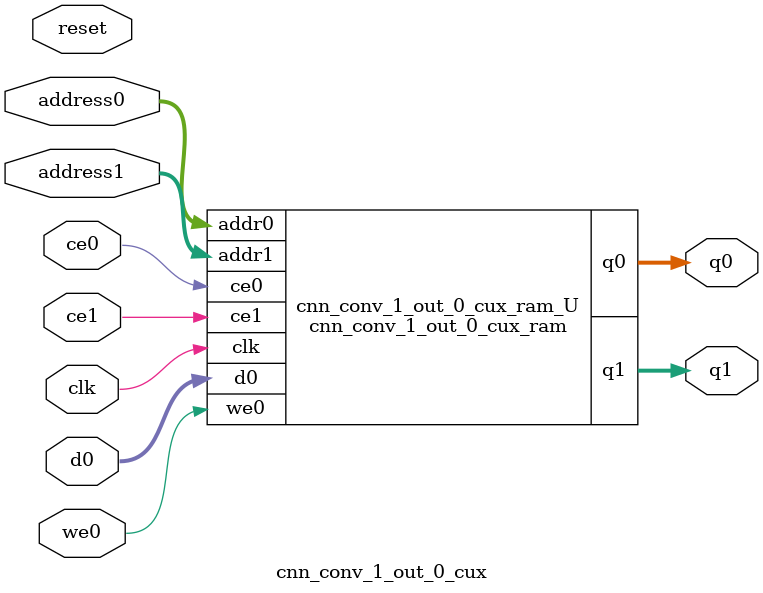
<source format=v>
`timescale 1 ns / 1 ps
module cnn_conv_1_out_0_cux_ram (addr0, ce0, d0, we0, q0, addr1, ce1, q1,  clk);

parameter DWIDTH = 14;
parameter AWIDTH = 6;
parameter MEM_SIZE = 52;

input[AWIDTH-1:0] addr0;
input ce0;
input[DWIDTH-1:0] d0;
input we0;
output reg[DWIDTH-1:0] q0;
input[AWIDTH-1:0] addr1;
input ce1;
output reg[DWIDTH-1:0] q1;
input clk;

(* ram_style = "distributed" *)reg [DWIDTH-1:0] ram[0:MEM_SIZE-1];




always @(posedge clk)  
begin 
    if (ce0) 
    begin
        if (we0) 
        begin 
            ram[addr0] <= d0; 
        end 
        q0 <= ram[addr0];
    end
end


always @(posedge clk)  
begin 
    if (ce1) 
    begin
        q1 <= ram[addr1];
    end
end


endmodule

`timescale 1 ns / 1 ps
module cnn_conv_1_out_0_cux(
    reset,
    clk,
    address0,
    ce0,
    we0,
    d0,
    q0,
    address1,
    ce1,
    q1);

parameter DataWidth = 32'd14;
parameter AddressRange = 32'd52;
parameter AddressWidth = 32'd6;
input reset;
input clk;
input[AddressWidth - 1:0] address0;
input ce0;
input we0;
input[DataWidth - 1:0] d0;
output[DataWidth - 1:0] q0;
input[AddressWidth - 1:0] address1;
input ce1;
output[DataWidth - 1:0] q1;



cnn_conv_1_out_0_cux_ram cnn_conv_1_out_0_cux_ram_U(
    .clk( clk ),
    .addr0( address0 ),
    .ce0( ce0 ),
    .we0( we0 ),
    .d0( d0 ),
    .q0( q0 ),
    .addr1( address1 ),
    .ce1( ce1 ),
    .q1( q1 ));

endmodule


</source>
